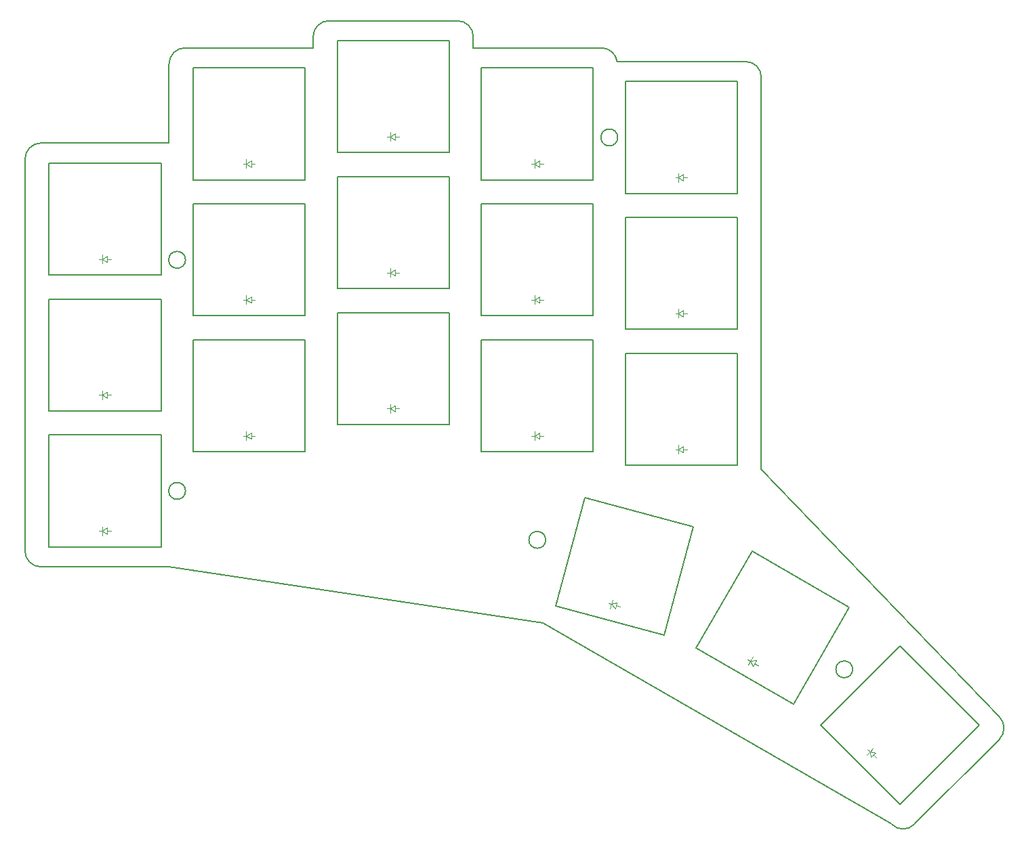
<source format=gbr>
G04 #@! TF.GenerationSoftware,KiCad,Pcbnew,5.1.5+dfsg1-2build2*
G04 #@! TF.CreationDate,2021-09-18T17:09:23+00:00*
G04 #@! TF.ProjectId,top_plate,746f705f-706c-4617-9465-2e6b69636164,VERSION_HERE*
G04 #@! TF.SameCoordinates,Original*
G04 #@! TF.FileFunction,Legend,Top*
G04 #@! TF.FilePolarity,Positive*
%FSLAX46Y46*%
G04 Gerber Fmt 4.6, Leading zero omitted, Abs format (unit mm)*
G04 Created by KiCad (PCBNEW 5.1.5+dfsg1-2build2) date 2021-09-18 17:09:23*
%MOMM*%
%LPD*%
G04 APERTURE LIST*
G04 #@! TA.AperFunction,Profile*
%ADD10C,0.150000*%
G04 #@! TD*
%ADD11C,0.100000*%
G04 APERTURE END LIST*
D10*
X10000000Y-9500000D02*
X26000000Y-9500000D01*
X8000000Y-7500000D02*
X8000000Y41500000D01*
X10000000Y-9500000D02*
G75*
G02X8000000Y-7500000I0J2000000D01*
G01*
X26000000Y43500000D02*
X10000000Y43500000D01*
X8000000Y41500000D02*
G75*
G02X10000000Y43500000I2000000J0D01*
G01*
X44000000Y55400000D02*
X28000000Y55400000D01*
X26000000Y53400000D02*
G75*
G02X28000000Y55400000I2000000J0D01*
G01*
X26000000Y53400000D02*
X26000000Y43500000D01*
X64000000Y55400000D02*
X64000000Y56800000D01*
X62000000Y58800000D02*
G75*
G02X64000000Y56800000I0J-2000000D01*
G01*
X62000000Y58800000D02*
X46000000Y58800000D01*
X44000000Y56800000D02*
G75*
G02X46000000Y58800000I2000000J0D01*
G01*
X44000000Y56800000D02*
X44000000Y55400000D01*
X80000000Y55400000D02*
G75*
G02X81977391Y53699872I0J-2000000D01*
G01*
X80000000Y55400000D02*
X64000000Y55400000D01*
X100000000Y2700000D02*
X100000000Y51700000D01*
X98000000Y53700000D02*
G75*
G02X100000000Y51700000I0J-2000000D01*
G01*
X98000000Y53700000D02*
X82000000Y53700000D01*
X81977391Y53699872D02*
G75*
G02X82000000Y53700000I22609J-1999872D01*
G01*
X119117258Y-41686664D02*
G75*
G02X116288831Y-41686665I-1414214J1414213D01*
G01*
X119117258Y-41686665D02*
X129723860Y-31080063D01*
X129723859Y-28251636D02*
G75*
G02X129723860Y-31080063I-1414213J-1414214D01*
G01*
X100000000Y2700000D02*
X129723860Y-28251636D01*
X116288831Y-41686665D02*
X72707107Y-16524745D01*
X72707107Y-16524745D02*
X26000000Y-9500000D01*
X11000000Y-7000000D02*
X25000000Y-7000000D01*
X25000000Y-7000000D02*
X25000000Y7000000D01*
X25000000Y7000000D02*
X11000000Y7000000D01*
X11000000Y7000000D02*
X11000000Y-7000000D01*
X11000000Y10000000D02*
X25000000Y10000000D01*
X25000000Y10000000D02*
X25000000Y24000000D01*
X25000000Y24000000D02*
X11000000Y24000000D01*
X11000000Y24000000D02*
X11000000Y10000000D01*
X11000000Y27000000D02*
X25000000Y27000000D01*
X25000000Y27000000D02*
X25000000Y41000000D01*
X25000000Y41000000D02*
X11000000Y41000000D01*
X11000000Y41000000D02*
X11000000Y27000000D01*
X29000000Y4900000D02*
X43000000Y4900000D01*
X43000000Y4900000D02*
X43000000Y18900000D01*
X43000000Y18900000D02*
X29000000Y18900000D01*
X29000000Y18900000D02*
X29000000Y4900000D01*
X29000000Y21900000D02*
X43000000Y21900000D01*
X43000000Y21900000D02*
X43000000Y35900000D01*
X43000000Y35900000D02*
X29000000Y35900000D01*
X29000000Y35900000D02*
X29000000Y21900000D01*
X29000000Y38900000D02*
X43000000Y38900000D01*
X43000000Y38900000D02*
X43000000Y52900000D01*
X43000000Y52900000D02*
X29000000Y52900000D01*
X29000000Y52900000D02*
X29000000Y38900000D01*
X47000000Y8300000D02*
X61000000Y8300000D01*
X61000000Y8300000D02*
X61000000Y22300000D01*
X61000000Y22300000D02*
X47000000Y22300000D01*
X47000000Y22300000D02*
X47000000Y8300000D01*
X47000000Y25300000D02*
X61000000Y25300000D01*
X61000000Y25300000D02*
X61000000Y39300000D01*
X61000000Y39300000D02*
X47000000Y39300000D01*
X47000000Y39300000D02*
X47000000Y25300000D01*
X47000000Y42300000D02*
X61000000Y42300000D01*
X61000000Y42300000D02*
X61000000Y56300000D01*
X61000000Y56300000D02*
X47000000Y56300000D01*
X47000000Y56300000D02*
X47000000Y42300000D01*
X65000000Y4900000D02*
X79000000Y4900000D01*
X79000000Y4900000D02*
X79000000Y18900000D01*
X79000000Y18900000D02*
X65000000Y18900000D01*
X65000000Y18900000D02*
X65000000Y4900000D01*
X65000000Y21900000D02*
X79000000Y21900000D01*
X79000000Y21900000D02*
X79000000Y35900000D01*
X79000000Y35900000D02*
X65000000Y35900000D01*
X65000000Y35900000D02*
X65000000Y21900000D01*
X65000000Y38900000D02*
X79000000Y38900000D01*
X79000000Y38900000D02*
X79000000Y52900000D01*
X79000000Y52900000D02*
X65000000Y52900000D01*
X65000000Y52900000D02*
X65000000Y38900000D01*
X83000000Y3200000D02*
X97000000Y3200000D01*
X97000000Y3200000D02*
X97000000Y17200000D01*
X97000000Y17200000D02*
X83000000Y17200000D01*
X83000000Y17200000D02*
X83000000Y3200000D01*
X83000000Y20200000D02*
X97000000Y20200000D01*
X97000000Y20200000D02*
X97000000Y34200000D01*
X97000000Y34200000D02*
X83000000Y34200000D01*
X83000000Y34200000D02*
X83000000Y20200000D01*
X83000000Y37200000D02*
X97000000Y37200000D01*
X97000000Y37200000D02*
X97000000Y51200000D01*
X97000000Y51200000D02*
X83000000Y51200000D01*
X83000000Y51200000D02*
X83000000Y37200000D01*
X74320080Y-14368749D02*
X87843042Y-17992216D01*
X87843042Y-17992216D02*
X91466508Y-4469254D01*
X91466508Y-4469254D02*
X77943547Y-845788D01*
X77943547Y-845788D02*
X74320080Y-14368749D01*
X91868716Y-19659705D02*
X103993071Y-26659705D01*
X103993071Y-26659705D02*
X110993071Y-14535349D01*
X110993071Y-14535349D02*
X98868716Y-7535349D01*
X98868716Y-7535349D02*
X91868716Y-19659705D01*
X107449996Y-29312296D02*
X117349491Y-39211791D01*
X117349491Y-39211791D02*
X127248986Y-29312296D01*
X127248986Y-29312296D02*
X117349491Y-19412801D01*
X117349491Y-19412801D02*
X107449996Y-29312296D01*
X28050000Y28900000D02*
G75*
G03X28050000Y28900000I-1050000J0D01*
G01*
X28050000Y0D02*
G75*
G03X28050000Y0I-1050000J0D01*
G01*
X82050000Y44200000D02*
G75*
G03X82050000Y44200000I-1050000J0D01*
G01*
X73050000Y-6120000D02*
G75*
G03X73050000Y-6120000I-1050000J0D01*
G01*
X111399134Y-22311939D02*
G75*
G03X111399134Y-22311939I-1050000J0D01*
G01*
D11*
G04 #@! TO.C,D1*
X18250000Y-5000000D02*
X18750000Y-5000000D01*
X18250000Y-5400000D02*
X17650000Y-5000000D01*
X18250000Y-4600000D02*
X18250000Y-5400000D01*
X17650000Y-5000000D02*
X18250000Y-4600000D01*
X17650000Y-5000000D02*
X17650000Y-5550000D01*
X17650000Y-5000000D02*
X17650000Y-4450000D01*
X17250000Y-5000000D02*
X17650000Y-5000000D01*
G04 #@! TO.C,D2*
X18250000Y12000000D02*
X18750000Y12000000D01*
X18250000Y11600000D02*
X17650000Y12000000D01*
X18250000Y12400000D02*
X18250000Y11600000D01*
X17650000Y12000000D02*
X18250000Y12400000D01*
X17650000Y12000000D02*
X17650000Y11450000D01*
X17650000Y12000000D02*
X17650000Y12550000D01*
X17250000Y12000000D02*
X17650000Y12000000D01*
G04 #@! TO.C,D3*
X18250000Y29000000D02*
X18750000Y29000000D01*
X18250000Y28600000D02*
X17650000Y29000000D01*
X18250000Y29400000D02*
X18250000Y28600000D01*
X17650000Y29000000D02*
X18250000Y29400000D01*
X17650000Y29000000D02*
X17650000Y28450000D01*
X17650000Y29000000D02*
X17650000Y29550000D01*
X17250000Y29000000D02*
X17650000Y29000000D01*
G04 #@! TO.C,D4*
X36250000Y6900000D02*
X36750000Y6900000D01*
X36250000Y6500000D02*
X35650000Y6900000D01*
X36250000Y7300000D02*
X36250000Y6500000D01*
X35650000Y6900000D02*
X36250000Y7300000D01*
X35650000Y6900000D02*
X35650000Y6350000D01*
X35650000Y6900000D02*
X35650000Y7450000D01*
X35250000Y6900000D02*
X35650000Y6900000D01*
G04 #@! TO.C,D5*
X36250000Y23900000D02*
X36750000Y23900000D01*
X36250000Y23500000D02*
X35650000Y23900000D01*
X36250000Y24300000D02*
X36250000Y23500000D01*
X35650000Y23900000D02*
X36250000Y24300000D01*
X35650000Y23900000D02*
X35650000Y23350000D01*
X35650000Y23900000D02*
X35650000Y24450000D01*
X35250000Y23900000D02*
X35650000Y23900000D01*
G04 #@! TO.C,D6*
X36250000Y40900000D02*
X36750000Y40900000D01*
X36250000Y40500000D02*
X35650000Y40900000D01*
X36250000Y41300000D02*
X36250000Y40500000D01*
X35650000Y40900000D02*
X36250000Y41300000D01*
X35650000Y40900000D02*
X35650000Y40350000D01*
X35650000Y40900000D02*
X35650000Y41450000D01*
X35250000Y40900000D02*
X35650000Y40900000D01*
G04 #@! TO.C,D7*
X54250000Y10300000D02*
X54750000Y10300000D01*
X54250000Y9900000D02*
X53650000Y10300000D01*
X54250000Y10700000D02*
X54250000Y9900000D01*
X53650000Y10300000D02*
X54250000Y10700000D01*
X53650000Y10300000D02*
X53650000Y9750000D01*
X53650000Y10300000D02*
X53650000Y10850000D01*
X53250000Y10300000D02*
X53650000Y10300000D01*
G04 #@! TO.C,D8*
X54250000Y27300000D02*
X54750000Y27300000D01*
X54250000Y26900000D02*
X53650000Y27300000D01*
X54250000Y27700000D02*
X54250000Y26900000D01*
X53650000Y27300000D02*
X54250000Y27700000D01*
X53650000Y27300000D02*
X53650000Y26750000D01*
X53650000Y27300000D02*
X53650000Y27850000D01*
X53250000Y27300000D02*
X53650000Y27300000D01*
G04 #@! TO.C,D9*
X54250000Y44300000D02*
X54750000Y44300000D01*
X54250000Y43900000D02*
X53650000Y44300000D01*
X54250000Y44700000D02*
X54250000Y43900000D01*
X53650000Y44300000D02*
X54250000Y44700000D01*
X53650000Y44300000D02*
X53650000Y43750000D01*
X53650000Y44300000D02*
X53650000Y44850000D01*
X53250000Y44300000D02*
X53650000Y44300000D01*
G04 #@! TO.C,D10*
X72250000Y6900000D02*
X72750000Y6900000D01*
X72250000Y6500000D02*
X71650000Y6900000D01*
X72250000Y7300000D02*
X72250000Y6500000D01*
X71650000Y6900000D02*
X72250000Y7300000D01*
X71650000Y6900000D02*
X71650000Y6350000D01*
X71650000Y6900000D02*
X71650000Y7450000D01*
X71250000Y6900000D02*
X71650000Y6900000D01*
G04 #@! TO.C,D11*
X72250000Y23900000D02*
X72750000Y23900000D01*
X72250000Y23500000D02*
X71650000Y23900000D01*
X72250000Y24300000D02*
X72250000Y23500000D01*
X71650000Y23900000D02*
X72250000Y24300000D01*
X71650000Y23900000D02*
X71650000Y23350000D01*
X71650000Y23900000D02*
X71650000Y24450000D01*
X71250000Y23900000D02*
X71650000Y23900000D01*
G04 #@! TO.C,D12*
X72250000Y40900000D02*
X72750000Y40900000D01*
X72250000Y40500000D02*
X71650000Y40900000D01*
X72250000Y41300000D02*
X72250000Y40500000D01*
X71650000Y40900000D02*
X72250000Y41300000D01*
X71650000Y40900000D02*
X71650000Y40350000D01*
X71650000Y40900000D02*
X71650000Y41450000D01*
X71250000Y40900000D02*
X71650000Y40900000D01*
G04 #@! TO.C,D13*
X90250000Y5200000D02*
X90750000Y5200000D01*
X90250000Y4800000D02*
X89650000Y5200000D01*
X90250000Y5600000D02*
X90250000Y4800000D01*
X89650000Y5200000D02*
X90250000Y5600000D01*
X89650000Y5200000D02*
X89650000Y4650000D01*
X89650000Y5200000D02*
X89650000Y5750000D01*
X89250000Y5200000D02*
X89650000Y5200000D01*
G04 #@! TO.C,D14*
X90250000Y22200000D02*
X90750000Y22200000D01*
X90250000Y21800000D02*
X89650000Y22200000D01*
X90250000Y22600000D02*
X90250000Y21800000D01*
X89650000Y22200000D02*
X90250000Y22600000D01*
X89650000Y22200000D02*
X89650000Y21650000D01*
X89650000Y22200000D02*
X89650000Y22750000D01*
X89250000Y22200000D02*
X89650000Y22200000D01*
G04 #@! TO.C,D15*
X90250000Y39200000D02*
X90750000Y39200000D01*
X90250000Y38800000D02*
X89650000Y39200000D01*
X90250000Y39600000D02*
X90250000Y38800000D01*
X89650000Y39200000D02*
X90250000Y39600000D01*
X89650000Y39200000D02*
X89650000Y38650000D01*
X89650000Y39200000D02*
X89650000Y39750000D01*
X89250000Y39200000D02*
X89650000Y39200000D01*
G04 #@! TO.C,D16*
X81840681Y-14313305D02*
X82323644Y-14442714D01*
X81737154Y-14699675D02*
X81261126Y-14158013D01*
X81944209Y-13926934D02*
X81737154Y-14699675D01*
X81261126Y-14158013D02*
X81944209Y-13926934D01*
X81261126Y-14158013D02*
X81118775Y-14689273D01*
X81261126Y-14158013D02*
X81403476Y-13626754D01*
X80874756Y-14054486D02*
X81261126Y-14158013D01*
G04 #@! TO.C,D17*
X99147406Y-21552700D02*
X99580419Y-21802700D01*
X98947406Y-21899110D02*
X98627791Y-21252700D01*
X99347406Y-21206290D02*
X98947406Y-21899110D01*
X98627791Y-21252700D02*
X99347406Y-21206290D01*
X98627791Y-21252700D02*
X98352791Y-21729014D01*
X98627791Y-21252700D02*
X98902791Y-20776386D01*
X98281381Y-21052700D02*
X98627791Y-21252700D01*
G04 #@! TO.C,D18*
X113990777Y-33024577D02*
X114344330Y-33378130D01*
X113707934Y-33307419D02*
X113566513Y-32600313D01*
X114273619Y-32741734D02*
X113707934Y-33307419D01*
X113566513Y-32600313D02*
X114273619Y-32741734D01*
X113566513Y-32600313D02*
X113177604Y-32989221D01*
X113566513Y-32600313D02*
X113955421Y-32211404D01*
X113283670Y-32317470D02*
X113566513Y-32600313D01*
G04 #@! TD*
M02*

</source>
